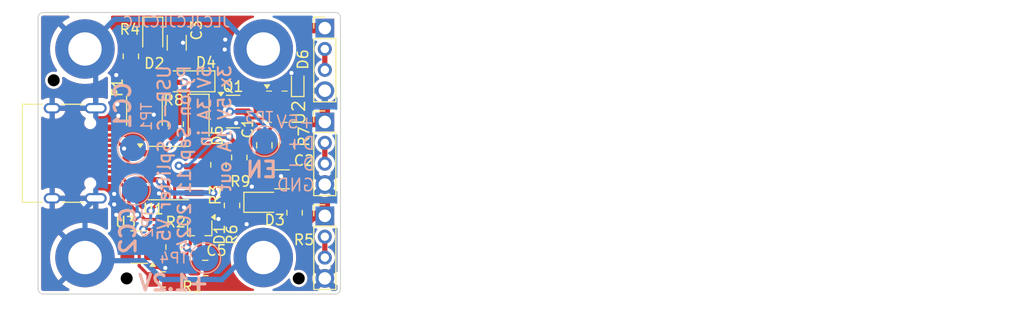
<source format=kicad_pcb>
(kicad_pcb (version 20241229) (generator "pcbnew") (generator_version "9.0")
  (layers (0 "F.Cu" signal) (2 "B.Cu" signal) (13 "F.Paste" user) (15 "B.Paste" user) (5 "F.SilkS" user "F.Silkscreen") (7 "B.SilkS" user "B.Silkscreen") (1 "F.Mask" user) (3 "B.Mask" user) (25 "Edge.Cuts" user))
  (net 0 "")
  (net 1 "GND")
  (net 2 "VBUS")
  (net 3 "+5V")
  (net 5 "CC1")
  (net 7 "CC2")
  (net 8 "+1V2")
  (net 9 "Net-(D2-A)")
  (net 10 "Net-(D3-A)")
  (net 11 "Net-(J3-Pin_2)")
  (net 12 "Net-(J4-Pin_2)")
  (net 13 "GNDPWR")
  (net 14 "Net-(J2-Pin_2)")
  (net 19 "Net-(U2-SENSE)")
  (net 20 "Net-(U2-Ilim)")
  (net 22 "V-UNFUSED")
  (net 24 "EN-OPEN-COL")
  (net 27 "Net-(D4-A)")
  (net 28 "Net-(D4-K)")
  (net 29 "Net-(D5-A)")
  (footprint "MountingHole:MountingHole_3.2mm_M3_ISO7380_Pad" (layer "F.Cu") (at 20.1 10)
    (property "Reference" "H4")
    (property "Value" "MountingHole_Pad")
    (pad "1" thru_hole circle (at 0 0) (size 5.7 5.7) (drill 3.2) (layers "*.Cu" "*.Mask") (net 13 "GNDPWR"))
  )
  (footprint "Fuse:Fuse_1812_4532Metric_Pad1.30x3.40mm_HandSolder" (layer "F.Cu") (at 8.7 -4.075 90)
    (property "Reference" "F1" (at 2.225 -2.6 270) (layer "F.SilkS"))
    (property "Value" "1812L300MR")
    (fp_line (start -1.386252 -1.71) (end 1.386252 -1.71) (stroke (width 0.12)) (layer "F.SilkS"))
    (fp_line (start -1.386252 1.71) (end 1.386252 1.71) (stroke (width 0.12)) (layer "F.SilkS"))
    (pad "1" smd roundrect (at -2.225 0 90) (size 1.3 3.4) (layers "F.Cu" "F.Mask" "F.Paste") (roundrect_rratio 0.192308) (net 22 "V-UNFUSED"))
    (pad "2" smd roundrect (at 2.225 0 90) (size 1.3 3.4) (layers "F.Cu" "F.Mask" "F.Paste") (roundrect_rratio 0.192308) (net 2 "VBUS"))
  )
  (footprint "Package_TO_SOT_SMD:SOT-323_SC-70_Handsoldering" (layer "F.Cu") (at 14 7.17 -90)
    (property "Reference" "D1" (at 0.63 -1.9 90) (layer "F.SilkS"))
    (property "Value" "D_Zener")
    (fp_line (start -0.675 1.16) (end 0.735 1.16) (stroke (width 0.12)) (layer "F.SilkS"))
    (fp_line (start 0.735 0.5) (end 0.735 1.16) (stroke (width 0.12)) (layer "F.SilkS"))
    (fp_line (start -0.675 -1.17) (end 0.735 -1.17) (stroke (width 0.12)) (layer "F.SilkS"))
    (fp_line (start 0.735 -1.17) (end 0.735 -0.5) (stroke (width 0.12)) (layer "F.SilkS"))
    (fp_poly (pts (xy -1.045 -1.15) (xy -1.285 -1.48) (xy -0.805 -1.48) (xy -1.045 -1.15)) (stroke (width 0.12)) (fill yes) (layer "F.SilkS"))
    (pad "1" smd roundrect (at -1.33 -0.65 180) (size 0.45 1.5) (layers "F.Cu" "F.Mask" "F.Paste") (net 8 "+1V2"))
    (pad "2" smd roundrect (at -1.33 0.65 180) (size 0.45 1.5) (layers "F.Cu" "F.Mask" "F.Paste") (net 1 "GND"))
    (pad "3" smd roundrect (at 1.33 0 180) (size 0.45 1.5) (layers "F.Cu" "F.Mask" "F.Paste"))
  )
  (footprint "Package_TO_SOT_SMD:SOT-23" (layer "F.Cu") (at 17.2 -4)
    (property "Reference" "Q1" (at 0 -2.4 0) (layer "F.SilkS"))
    (property "Value" "2N7002")
    (fp_line (start 0 -1.56) (end -0.65 -1.56) (stroke (width 0.12)) (layer "F.SilkS"))
    (fp_line (start 0 -1.56) (end 0.65 -1.56) (stroke (width 0.12)) (layer "F.SilkS"))
    (fp_line (start 0 1.56) (end -0.65 1.56) (stroke (width 0.12)) (layer "F.SilkS"))
    (fp_line (start 0 1.56) (end 0.65 1.56) (stroke (width 0.12)) (layer "F.SilkS"))
    (fp_poly (pts (xy -1.1625 -1.51) (xy -1.4025 -1.84) (xy -0.9225 -1.84) (xy -1.1625 -1.51)) (stroke (width 0.12)) (fill yes) (layer "F.SilkS"))
    (pad "1" smd roundrect (at -0.9375 -0.95) (size 1.475 0.6) (layers "F.Cu" "F.Mask" "F.Paste") (net 28 "Net-(D4-K)"))
    (pad "2" smd roundrect (at -0.9375 0.95) (size 1.475 0.6) (layers "F.Cu" "F.Mask" "F.Paste") (net 1 "GND"))
    (pad "3" smd roundrect (at 0.9375 0) (size 1.475 0.6) (layers "F.Cu" "F.Mask" "F.Paste") (net 24 "EN-OPEN-COL"))
  )
  (footprint "Resistor_SMD:R_0805_2012Metric_Pad1.20x1.40mm_HandSolder" (layer "F.Cu") (at 10.5 12.1)
    (property "Reference" "R1" (at 2.8 0.7 0) (layer "F.SilkS"))
    (property "Value" "5.1k")
    (fp_line (start -0.227064 -0.735) (end 0.227064 -0.735) (stroke (width 0.12)) (layer "F.SilkS"))
    (fp_line (start -0.227064 0.735) (end 0.227064 0.735) (stroke (width 0.12)) (layer "F.SilkS"))
    (pad "1" smd roundrect (at -1 0) (size 1.2 1.4) (layers "F.Cu" "F.Mask" "F.Paste") (roundrect_rratio 0.208333) (net 5 "CC1"))
    (pad "2" smd roundrect (at 1 0) (size 1.2 1.4) (layers "F.Cu" "F.Mask" "F.Paste") (roundrect_rratio 0.208333) (net 1 "GND"))
  )
  (footprint "Connector_PinHeader_2.00mm:PinHeader_1x04_P2.00mm_Vertical" (layer "F.Cu") (at 26 -3)
    (property "Reference" "J3")
    (property "Value" "Conn_01x04")
    (fp_line (start -1.06 -1.06) (end 0 -1.06) (stroke (width 0.12)) (layer "F.SilkS"))
    (fp_line (start -1.06 0) (end -1.06 -1.06) (stroke (width 0.12)) (layer "F.SilkS"))
    (fp_line (start -1.06 1) (end -1.06 7.06) (stroke (width 0.12)) (layer "F.SilkS"))
    (fp_line (start -1.06 1) (end 1.06 1) (stroke (width 0.12)) (layer "F.SilkS"))
    (fp_line (start -1.06 7.06) (end 1.06 7.06) (stroke (width 0.12)) (layer "F.SilkS"))
    (fp_line (start 1.06 1) (end 1.06 7.06) (stroke (width 0.12)) (layer "F.SilkS"))
    (pad "1" thru_hole rect (at 0 0) (size 1.8 1.8) (drill 1.2) (layers "*.Cu" "*.Mask") (net 3 "+5V"))
    (pad "2" thru_hole oval (at 0 2) (size 1.35 1.35) (drill 0.8) (layers "*.Cu" "*.Mask") (net 11 "Net-(J3-Pin_2)"))
    (pad "3" thru_hole oval (at 0 4) (size 1.35 1.35) (drill 0.8) (layers "*.Cu" "*.Mask") (net 11 "Net-(J3-Pin_2)"))
    (pad "4" thru_hole circle (at 0 6) (size 1.8 1.8) (drill 1.2) (layers "*.Cu" "*.Mask") (net 1 "GND"))
  )
  (footprint "MountingHole:MountingHole_3.2mm_M3_ISO7380_Pad" (layer "F.Cu") (at 3 10)
    (property "Reference" "H2")
    (property "Value" "MountingHole_Pad")
    (pad "1" thru_hole circle (at 0 0) (size 5.7 5.7) (drill 3.2) (layers "*.Cu" "*.Mask") (net 13 "GNDPWR"))
  )
  (footprint "Package_SO:SOIC-8_3.9x4.9mm_P1.27mm" (layer "F.Cu") (at 11 1.9)
    (property "Reference" "U1" (at -1.45 3.45 0) (layer "F.SilkS"))
    (property "Value" "LM393")
    (fp_line (start 0 -2.56) (end -1.95 -2.56) (stroke (width 0.12)) (layer "F.SilkS"))
    (fp_line (start 0 -2.56) (end 1.95 -2.56) (stroke (width 0.12)) (layer "F.SilkS"))
    (fp_line (start 0 2.56) (end -1.95 2.56) (stroke (width 0.12)) (layer "F.SilkS"))
    (fp_line (start 0 2.56) (end 1.95 2.56) (stroke (width 0.12)) (layer "F.SilkS"))
    (fp_poly (pts (xy -2.7 -2.465) (xy -2.94 -2.795) (xy -2.46 -2.795) (xy -2.7 -2.465)) (stroke (width 0.12)) (fill yes) (layer "F.SilkS"))
    (pad "1" smd roundrect (at -2.475 -1.905) (size 1.95 0.6) (layers "F.Cu" "F.Mask" "F.Paste") (net 27 "Net-(D4-A)"))
    (pad "2" smd roundrect (at -2.475 -0.635) (size 1.95 0.6) (layers "F.Cu" "F.Mask" "F.Paste") (net 5 "CC1"))
    (pad "3" smd roundrect (at -2.475 0.635) (size 1.95 0.6) (layers "F.Cu" "F.Mask" "F.Paste") (net 8 "+1V2"))
    (pad "4" smd roundrect (at -2.475 1.905) (size 1.95 0.6) (layers "F.Cu" "F.Mask" "F.Paste") (net 1 "GND"))
    (pad "5" smd roundrect (at 2.475 1.905) (size 1.95 0.6) (layers "F.Cu" "F.Mask" "F.Paste") (net 8 "+1V2"))
    (pad "6" smd roundrect (at 2.475 0.635) (size 1.95 0.6) (layers "F.Cu" "F.Mask" "F.Paste") (net 7 "CC2"))
    (pad "7" smd roundrect (at 2.475 -0.635) (size 1.95 0.6) (layers "F.Cu" "F.Mask" "F.Paste") (net 29 "Net-(D5-A)"))
    (pad "8" smd roundrect (at 2.475 -1.905) (size 1.95 0.6) (layers "F.Cu" "F.Mask" "F.Paste") (net 2 "VBUS"))
  )
  (footprint "Resistor_SMD:R_0805_2012Metric_Pad1.20x1.40mm_HandSolder" (layer "F.Cu") (at 15.8 1.1 -90)
    (property "Reference" "R3" (at 2.9 0.3 90) (layer "F.SilkS"))
    (property "Value" "4.7k")
    (fp_line (start -0.227064 0.735) (end 0.227064 0.735) (stroke (width 0.12)) (layer "F.SilkS"))
    (fp_line (start -0.227064 -0.735) (end 0.227064 -0.735) (stroke (width 0.12)) (layer "F.SilkS"))
    (pad "1" smd roundrect (at -1 0 270) (size 1.2 1.4) (layers "F.Cu" "F.Mask" "F.Paste") (roundrect_rratio 0.208333) (net 2 "VBUS"))
    (pad "2" smd roundrect (at 1 0 270) (size 1.2 1.4) (layers "F.Cu" "F.Mask" "F.Paste") (roundrect_rratio 0.208333) (net 8 "+1V2"))
  )
  (footprint "Resistor_SMD:R_0805_2012Metric_Pad1.20x1.40mm_HandSolder" (layer "F.Cu") (at 22.3 -0.8 -90)
    (property "Reference" "R7" (at -0.8 -1.7 90) (layer "F.SilkS"))
    (property "Value" "20k")
    (fp_line (start -0.227064 0.735) (end 0.227064 0.735) (stroke (width 0.12)) (layer "F.SilkS"))
    (fp_line (start -0.227064 -0.735) (end 0.227064 -0.735) (stroke (width 0.12)) (layer "F.SilkS"))
    (pad "1" smd roundrect (at -1 0 270) (size 1.2 1.4) (layers "F.Cu" "F.Mask" "F.Paste") (roundrect_rratio 0.208333) (net 20 "Net-(U2-Ilim)"))
    (pad "2" smd roundrect (at 1 0 270) (size 1.2 1.4) (layers "F.Cu" "F.Mask" "F.Paste") (roundrect_rratio 0.208333) (net 1 "GND"))
  )
  (footprint "Capacitor_SMD:C_1206_3216Metric_Pad1.33x1.80mm_HandSolder" (layer "F.Cu") (at 11.8 -10.6 90)
    (property "Reference" "C3" (at 1.2 1.9 90) (layer "F.SilkS"))
    (property "Value" "22uF")
    (fp_line (start -0.711252 -0.91) (end 0.711252 -0.91) (stroke (width 0.12)) (layer "F.SilkS"))
    (fp_line (start -0.711252 0.91) (end 0.711252 0.91) (stroke (width 0.12)) (layer "F.SilkS"))
    (pad "1" smd roundrect (at -1.5625 0 90) (size 1.325 1.8) (layers "F.Cu" "F.Mask" "F.Paste") (roundrect_rratio 0.188679) (net 2 "VBUS"))
    (pad "2" smd roundrect (at 1.5625 0 90) (size 1.325 1.8) (layers "F.Cu" "F.Mask" "F.Paste") (roundrect_rratio 0.188679) (net 1 "GND"))
  )
  (footprint "LED_SMD:LED_0805_2012Metric_Pad1.15x1.40mm_HandSolder" (layer "F.Cu") (at 9.5 -11.2 -90)
    (property "Reference" "D2" (at 2.575 -0.15 0) (layer "F.SilkS"))
    (property "Value" "LED")
    (fp_line (start -1.86 0.96) (end 1 0.96) (stroke (width 0.12)) (layer "F.SilkS"))
    (fp_line (start -1.86 -0.96) (end -1.86 0.96) (stroke (width 0.12)) (layer "F.SilkS"))
    (fp_line (start 1 -0.96) (end -1.86 -0.96) (stroke (width 0.12)) (layer "F.SilkS"))
    (pad "1" smd roundrect (at -1.025 0 270) (size 1.15 1.4) (layers "F.Cu" "F.Mask" "F.Paste") (roundrect_rratio 0.217391) (net 1 "GND"))
    (pad "2" smd roundrect (at 1.025 0 270) (size 1.15 1.4) (layers "F.Cu" "F.Mask" "F.Paste") (roundrect_rratio 0.217391) (net 9 "Net-(D2-A)"))
  )
  (footprint "Capacitor_SMD:C_0805_2012Metric_Pad1.18x1.45mm_HandSolder" (layer "F.Cu") (at 14.5375 11)
    (property "Reference" "C5" (at 1.0625 -1.68 0) (layer "F.SilkS"))
    (property "Value" "100nF")
    (fp_line (start -0.261252 -0.735) (end 0.261252 -0.735) (stroke (width 0.12)) (layer "F.SilkS"))
    (fp_line (start -0.261252 0.735) (end 0.261252 0.735) (stroke (width 0.12)) (layer "F.SilkS"))
    (pad "1" smd roundrect (at -1.0375 0) (size 1.175 1.45) (layers "F.Cu" "F.Mask" "F.Paste") (roundrect_rratio 0.212766) (net 8 "+1V2"))
    (pad "2" smd roundrect (at 1.0375 0) (size 1.175 1.45) (layers "F.Cu" "F.Mask" "F.Paste") (roundrect_rratio 0.212766) (net 1 "GND"))
  )
  (footprint "LED_SMD:LED_0805_2012Metric_Pad1.15x1.40mm_HandSolder" (layer "F.Cu") (at 20.1 4.7)
    (property "Reference" "D3" (at 1.1 1.7 0) (layer "F.SilkS"))
    (property "Value" "LED")
    (fp_line (start -1.86 -0.96) (end -1.86 0.96) (stroke (width 0.12)) (layer "F.SilkS"))
    (fp_line (start -1.86 0.96) (end 1 0.96) (stroke (width 0.12)) (layer "F.SilkS"))
    (fp_line (start 1 -0.96) (end -1.86 -0.96) (stroke (width 0.12)) (layer "F.SilkS"))
    (pad "1" smd roundrect (at -1.025 0) (size 1.15 1.4) (layers "F.Cu" "F.Mask" "F.Paste") (roundrect_rratio 0.217391) (net 1 "GND"))
    (pad "2" smd roundrect (at 1.025 0) (size 1.15 1.4) (layers "F.Cu" "F.Mask" "F.Paste") (roundrect_rratio 0.217391) (net 10 "Net-(D3-A)"))
  )
  (footprint "Connector_PinHeader_2.00mm:PinHeader_1x04_P2.00mm_Vertical" (layer "F.Cu") (at 26 -12)
    (property "Reference" "J2")
    (property "Value" "Conn_01x04")
    (fp_line (start -1.06 -1.06) (end 0 -1.06) (stroke (width 0.12)) (layer "F.SilkS"))
    (fp_line (start -1.06 0) (end -1.06 -1.06) (stroke (width 0.12)) (layer "F.SilkS"))
    (fp_line (start -1.06 1) (end -1.06 7.06) (stroke (width 0.12)) (layer "F.SilkS"))
    (fp_line (start -1.06 1) (end 1.06 1) (stroke (width 0.12)) (layer "F.SilkS"))
    (fp_line (start -1.06 7.06) (end 1.06 7.06) (stroke (width 0.12)) (layer "F.SilkS"))
    (fp_line (start 1.06 1) (end 1.06 7.06) (stroke (width 0.12)) (layer "F.SilkS"))
    (pad "1" thru_hole rect (at 0 0) (size 1.8 1.8) (drill 1.2) (layers "*.Cu" "*.Mask") (net 3 "+5V"))
    (pad "2" thru_hole oval (at 0 2) (size 1.35 1.35) (drill 0.8) (layers "*.Cu" "*.Mask") (net 14 "Net-(J2-Pin_2)"))
    (pad "3" thru_hole oval (at 0 4) (size 1.35 1.35) (drill 0.8) (layers "*.Cu" "*.Mask") (net 14 "Net-(J2-Pin_2)"))
    (pad "4" thru_hole oval (at 0 6) (size 1.8 1.8) (drill 1.2) (layers "*.Cu" "*.Mask") (net 1 "GND"))
  )
  (footprint "USB-C-3-way-splitter-footprints:OnSemi-WQFN12-3x2mm_P0.5mm" (layer "F.Cu") (at 21.4 -4.4625)
    (property "Reference" "U2" (at 2.1 0.5625 90) (layer "F.SilkS") (effects (font (size 1.2 1.2))))
    (property "Value" "~")
    (fp_line (start -1 -1.5) (end -0.5 -1.5) (stroke (width 0.1)) (layer "F.SilkS"))
    (fp_line (start -1 1.5) (end -0.5 1.5) (stroke (width 0.1)) (layer "F.SilkS"))
    (fp_line (start 1 -1.5) (end 0.5 -1.5) (stroke (width 0.1)) (layer "F.SilkS"))
    (fp_line (start 1 1.5) (end 0.5 1.5) (stroke (width 0.1)) (layer "F.SilkS"))
    (fp_poly (pts (xy -0.94 -1.77) (xy -1.18 -2.1) (xy -0.7 -2.1) (xy -0.94 -1.77)) (stroke (width 0.12)) (fill yes) (layer "F.SilkS"))
    (pad "1" smd roundrect (at -0.81 -1.075) (size 0.68 0.5) (layers "F.Cu" "F.Mask" "F.Paste") (net 2 "VBUS"))
    (pad "2" smd roundrect (at -0.81 -0.5) (size 0.68 0.35) (layers "F.Cu" "F.Mask" "F.Paste") (net 2 "VBUS"))
    (pad "3" smd roundrect (at -0.81 0) (size 0.68 0.35) (layers "F.Cu" "F.Mask" "F.Paste") (net 2 "VBUS"))
    (pad "4" smd roundrect (at -0.81 0.5) (size 0.68 0.35) (layers "F.Cu" "F.Mask" "F.Paste"))
    (pad "5" smd roundrect (at -0.81 1.075) (size 0.68 0.5) (layers "F.Cu" "F.Mask" "F.Paste") (net 24 "EN-OPEN-COL"))
    (pad "6" smd roundrect (at 0 1.1375) (size 0.35 1.025) (layers "F.Cu" "F.Mask" "F.Paste") (net 19 "Net-(U2-SENSE)"))
    (pad "7" smd roundrect (at 0.81 1.075) (size 0.68 0.5) (layers "F.Cu" "F.Mask" "F.Paste"))
    (pad "8" smd roundrect (at 0.81 0.5) (size 0.68 0.35) (layers "F.Cu" "F.Mask" "F.Paste") (net 20 "Net-(U2-Ilim)"))
    (pad "9" smd roundrect (at 0.81 0) (size 0.68 0.35) (layers "F.Cu" "F.Mask" "F.Paste") (net 3 "+5V"))
    (pad "10" smd roundrect (at 0.81 -0.5) (size 0.68 0.35) (layers "F.Cu" "F.Mask" "F.Paste") (net 3 "+5V"))
    (pad "11" smd roundrect (at 0.81 -1.075) (size 0.68 0.5) (layers "F.Cu" "F.Mask" "F.Paste") (net 3 "+5V"))
    (pad "12" smd roundrect (at 0 -1.1375) (size 0.35 1.025) (layers "F.Cu" "F.Mask" "F.Paste") (net 1 "GND"))
    (pad "13" smd roundrect (at 0 0) (size 0.35 0.95) (layers "F.Cu" "F.Mask" "F.Paste") (net 1 "GND"))
  )
  (footprint "Resistor_SMD:R_0805_2012Metric_Pad1.20x1.40mm_HandSolder" (layer "F.Cu") (at 17.1 5 -90)
    (property "Reference" "R6" (at 2.8 0 270) (layer "F.SilkS"))
    (property "Value" "1K")
    (fp_line (start -0.227064 0.735) (end 0.227064 0.735) (stroke (width 0.12)) (layer "F.SilkS"))
    (fp_line (start -0.227064 -0.735) (end 0.227064 -0.735) (stroke (width 0.12)) (layer "F.SilkS"))
    (pad "1" smd roundrect (at -1 0 270) (size 1.2 1.4) (layers "F.Cu" "F.Mask" "F.Paste") (roundrect_rratio 0.208333) (net 19 "Net-(U2-SENSE)"))
    (pad "2" smd roundrect (at 1 0 270) (size 1.2 1.4) (layers "F.Cu" "F.Mask" "F.Paste") (roundrect_rratio 0.208333) (net 1 "GND"))
  )
  (footprint "Resistor_SMD:R_0805_2012Metric_Pad1.20x1.40mm_HandSolder" (layer "F.Cu") (at 23.1 5.7 90)
    (property "Reference" "R5" (at -2.6 0.9 0) (layer "F.SilkS"))
    (property "Value" "470")
    (fp_line (start -0.227064 -0.735) (end 0.227064 -0.735) (stroke (width 0.12)) (layer "F.SilkS"))
    (fp_line (start -0.227064 0.735) (end 0.227064 0.735) (stroke (width 0.12)) (layer "F.SilkS"))
    (pad "1" smd roundrect (at -1 0 90) (size 1.2 1.4) (layers "F.Cu" "F.Mask" "F.Paste") (roundrect_rratio 0.208333) (net 3 "+5V"))
    (pad "2" smd roundrect (at 1 0 90) (size 1.2 1.4) (layers "F.Cu" "F.Mask" "F.Paste") (roundrect_rratio 0.208333) (net 10 "Net-(D3-A)"))
  )
  (footprint "Capacitor_SMD:C_0805_2012Metric_Pad1.18x1.45mm_HandSolder" (layer "F.Cu") (at 20.2 -0.7625 -90)
    (property "Reference" "C1" (at -1.6375 1.6 270) (layer "F.SilkS"))
    (property "Value" "1uF")
    (fp_line (start -0.261252 0.735) (end 0.261252 0.735) (stroke (width 0.12)) (layer "F.SilkS"))
    (fp_line (start -0.261252 -0.735) (end 0.261252 -0.735) (stroke (width 0.12)) (layer "F.SilkS"))
    (pad "1" smd roundrect (at -1.0375 0 270) (size 1.175 1.45) (layers "F.Cu" "F.Mask" "F.Paste") (roundrect_rratio 0.212766) (net 19 "Net-(U2-SENSE)"))
    (pad "2" smd roundrect (at 1.0375 0 270) (size 1.175 1.45) (layers "F.Cu" "F.Mask" "F.Paste") (roundrect_rratio 0.212766) (net 1 "GND"))
  )
  (footprint "Capacitor_SMD:C_1206_3216Metric_Pad1.33x1.80mm_HandSolder" (layer "F.Cu") (at 21.9 2.5 180)
    (property "Reference" "C2" (at -2.1 1.8 180) (layer "F.SilkS"))
    (property "Value" "22uF")
    (fp_line (start -0.711252 0.91) (end 0.711252 0.91) (stroke (width 0.12)) (layer "F.SilkS"))
    (fp_line (start -0.711252 -0.91) (end 0.711252 -0.91) (stroke (width 0.12)) (layer "F.SilkS"))
    (pad "1" smd roundrect (at -1.5625 0 180) (size 1.325 1.8) (layers "F.Cu" "F.Mask" "F.Paste") (roundrect_rratio 0.188679) (net 3 "+5V"))
    (pad "2" smd roundrect (at 1.5625 0 180) (size 1.325 1.8) (layers "F.Cu" "F.Mask" "F.Paste") (roundrect_rratio 0.188679) (net 1 "GND"))
  )
  (footprint "USB-C-3-way-splitter-footprints:JLCPCB-tooling-hole" (layer "F.Cu") (at 23.5 12)
    (property "Reference" "H7")
    (property "Value" "MountingHole")
    (pad "" np_thru_hole circle (at 0 0) (size 2.286 2.286) (drill 1.152) (layers "*.Mask") (clearance 0.148))
  )
  (footprint "USB-C-3-way-splitter-footprints:JLCPCB-tooling-hole" (layer "F.Cu") (at 7 12)
    (property "Reference" "H6")
    (property "Value" "MountingHole")
    (pad "" np_thru_hole circle (at 0 0) (size 2.286 2.286) (drill 1.152) (layers "*.Mask") (clearance 0.148))
  )
  (footprint "Diode_SMD:D_SOD-123" (layer "F.Cu") (at 13.9 -3.3 -90)
    (property "Reference" "D5" (at 1.6 -1.8 90) (layer "F.SilkS"))
    (property "Value" "1N4148W")
    (fp_line (start -2.36 1) (end 1.65 1) (stroke (width 0.12)) (layer "F.SilkS"))
    (fp_line (start -2.36 -1) (end -2.36 1) (stroke (width 0.12)) (layer "F.SilkS"))
    (fp_line (start -2.36 -1) (end 1.65 -1) (stroke (width 0.12)) (layer "F.SilkS"))
    (pad "1" smd roundrect (at -1.65 0 270) (size 0.9 1.2) (layers "F.Cu" "F.Mask" "F.Paste") (net 28 "Net-(D4-K)"))
    (pad "2" smd roundrect (at 1.65 0 270) (size 0.9 1.2) (layers "F.Cu" "F.Mask" "F.Paste") (net 29 "Net-(D5-A)"))
  )
  (footprint "Diode_SMD:D_SOD-123" (layer "F.Cu") (at 13.1 -6.9 180)
    (property "Reference" "D4" (at -1.5 1.8 0) (layer "F.SilkS"))
    (property "Value" "1N4148W")
    (fp_line (start -2.36 1) (end 1.65 1) (stroke (width 0.12)) (layer "F.SilkS"))
    (fp_line (start -2.36 -1) (end 1.65 -1) (stroke (width 0.12)) (layer "F.SilkS"))
    (fp_line (start -2.36 -1) (end -2.36 1) (stroke (width 0.12)) (layer "F.SilkS"))
    (pad "1" smd roundrect (at -1.65 0 180) (size 0.9 1.2) (layers "F.Cu" "F.Mask" "F.Paste") (net 28 "Net-(D4-K)"))
    (pad "2" smd roundrect (at 1.65 0 180) (size 0.9 1.2) (layers "F.Cu" "F.Mask" "F.Paste") (net 27 "Net-(D4-A)"))
  )
  (footprint "Resistor_SMD:R_0805_2012Metric_Pad1.20x1.40mm_HandSolder" (layer "F.Cu") (at 7.4 -9.3 90)
    (property "Reference" "R4" (at 2.575 -0.1 0) (layer "F.SilkS"))
    (property "Value" "470")
    (fp_line (start -0.227064 -0.735) (end 0.227064 -0.735) (stroke (width 0.12)) (layer "F.SilkS"))
    (fp_line (start -0.227064 0.735) (end 0.227064 0.735) (stroke (width 0.12)) (layer "F.SilkS"))
    (pad "1" smd roundrect (at -1 0 90) (size 1.2 1.4) (layers "F.Cu" "F.Mask" "F.Paste") (roundrect_rratio 0.208333) (net 2 "VBUS"))
    (pad "2" smd roundrect (at 1 0 90) (size 1.2 1.4) (layers "F.Cu" "F.Mask" "F.Paste") (roundrect_rratio 0.208333) (net 9 "Net-(D2-A)"))
  )
  (footprint "MountingHole:MountingHole_3.2mm_M3_ISO7380_Pad" (layer "F.Cu") (at 3 -10)
    (property "Reference" "H1")
    (property "Value" "MountingHole_Pad")
    (pad "1" thru_hole circle (at 0 0) (size 5.7 5.7) (drill 3.2) (layers "*.Cu" "*.Mask") (net 13 "GNDPWR"))
  )
  (footprint "Resistor_SMD:R_0805_2012Metric_Pad1.20x1.40mm_HandSolder" (layer "F.Cu") (at 17.8 0.4 90)
    (property "Reference" "R9" (at -2.3 0.1 0) (layer "F.SilkS"))
    (property "Value" "1k")
    (fp_line (start -0.227064 -0.735) (end 0.227064 -0.735) (stroke (width 0.12)) (layer "F.SilkS"))
    (fp_line (start -0.227064 0.735) (end 0.227064 0.735) (stroke (width 0.12)) (layer "F.SilkS"))
    (pad "1" smd roundrect (at -1 0 90) (size 1.2 1.4) (layers "F.Cu" "F.Mask" "F.Paste") (roundrect_rratio 0.208333) (net 2 "VBUS"))
    (pad "2" smd roundrect (at 1 0 90) (size 1.2 1.4) (layers "F.Cu" "F.Mask" "F.Paste") (roundrect_rratio 0.208333) (net 29 "Net-(D5-A)"))
  )
  (footprint "Resistor_SMD:R_0805_2012Metric_Pad1.20x1.40mm_HandSolder" (layer "F.Cu") (at 11.5 9 -90)
    (property "Reference" "R2" (at -2.4 -0.2 180) (layer "F.SilkS"))
    (property "Value" "5.1k")
    (fp_line (start -0.227064 0.735) (end 0.227064 0.735) (stroke (width 0.12)) (layer "F.SilkS"))
    (fp_line (start -0.227064 -0.735) (end 0.227064 -0.735) (stroke (width 0.12)) (layer "F.SilkS"))
    (pad "1" smd roundrect (at -1 0 270) (size 1.2 1.4) (layers "F.Cu" "F.Mask" "F.Paste") (roundrect_rratio 0.208333) (net 7 "CC2"))
    (pad "2" smd roundrect (at 1 0 270) (size 1.2 1.4) (layers "F.Cu" "F.Mask" "F.Paste") (roundrect_rratio 0.208333) (net 1 "GND"))
  )
  (footprint "Diode_SMD:D_SOD-523" (layer "F.Cu") (at 23.4 -6.7 90)
    (property "Reference" "D6" (at 2.3 0.5 90) (layer "F.SilkS"))
    (property "Value" "D_Zener")
    (fp_line (start 0.7 -0.6) (end -1.26 -0.6) (stroke (width 0.12)) (layer "F.SilkS"))
    (fp_line (start -1.26 -0.6) (end -1.26 0.6) (stroke (width 0.12)) (layer "F.SilkS"))
    (fp_line (start 0.7 0.6) (end -1.26 0.6) (stroke (width 0.12)) (layer "F.SilkS"))
    (pad "1" smd roundrect (at -0.7 0 270) (size 0.6 0.7) (layers "F.Cu" "F.Mask" "F.Paste") (net 3 "+5V"))
    (pad "2" smd roundrect (at 0.7 0 270) (size 0.6 0.7) (layers "F.Cu" "F.Mask" "F.Paste") (net 1 "GND"))
  )
  (footprint "Package_TO_SOT_SMD:SOT-23-6" (layer "F.Cu") (at 8.2 9 180)
    (property "Reference" "U3" (at 1.3 2.4 180) (layer "F.SilkS"))
    (property "Value" "SRV05-4")
    (fp_line (start 0 1.56) (end 0.8 1.56) (stroke (width 0.12)) (layer "F.SilkS"))
    (fp_line (start 0 1.56) (end -0.8 1.56) (stroke (width 0.12)) (layer "F.SilkS"))
    (fp_line (start 0 -1.56) (end 0.8 -1.56) (stroke (width 0.12)) (layer "F.SilkS"))
    (fp_line (start 0 -1.56) (end -0.8 -1.56) (stroke (width 0.12)) (layer "F.SilkS"))
    (fp_poly (pts (xy -1.3 -1.51) (xy -1.54 -1.84) (xy -1.06 -1.84) (xy -1.3 -1.51)) (stroke (width 0.12)) (fill yes) (layer "F.SilkS"))
    (pad "1" smd roundrect (at -1.1375 -0.95 180) (size 1.325 0.6) (layers "F.Cu" "F.Mask" "F.Paste"))
    (pad "2" smd roundrect (at -1.1375 0 180) (size 1.325 0.6) (layers "F.Cu" "F.Mask" "F.Paste") (net 1 "GND"))
    (pad "3" smd roundrect (at -1.1375 0.95 180) (size 1.325 0.6) (layers "F.Cu" "F.Mask" "F.Paste") (net 5 "CC1"))
    (pad "4" smd roundrect (at 1.1375 0.95 180) (size 1.325 0.6) (layers "F.Cu" "F.Mask" "F.Paste") (net 7 "CC2"))
    (pad "5" smd roundrect (at 1.1375 0 180) (size 1.325 0.6) (layers "F.Cu" "F.Mask" "F.Paste") (net 22 "V-UNFUSED"))
    (pad "6" smd roundrect (at 1.1375 -0.95 180) (size 1.325 0.6) (layers "F.Cu" "F.Mask" "F.Paste"))
  )
  (footprint "Connector_USB:USB_C_Receptacle_HRO_TYPE-C-31-M-12" (layer "F.Cu") (at 0.9 0 -90)
    (property "Reference" "J1")
    (property "Value" "USB_C_Receptacle_USB2.0" (hide yes))
    (fp_line (start -4.7 3.9) (end 4.7 3.9) (stroke (width 0.12)) (layer "F.SilkS"))
    (fp_line (start -4.7 2) (end -4.7 3.9) (stroke (width 0.12)) (layer "F.SilkS"))
    (fp_line (start 4.7 2) (end 4.7 3.9) (stroke (width 0.12)) (layer "F.SilkS"))
    (fp_line (start -4.7 -1.9) (end -4.7 0.1) (stroke (width 0.12)) (layer "F.SilkS"))
    (fp_line (start 4.7 -1.9) (end 4.7 0.1) (stroke (width 0.12)) (layer "F.SilkS"))
    (pad "" np_thru_hole circle (at -2.89 -2.6 270) (size 0.65 0.65) (drill 0.65) (layers "*.Cu" "*.Mask"))
    (pad "" np_thru_hole circle (at 2.89 -2.6 270) (size 0.65 0.65) (drill 0.65) (layers "*.Cu" "*.Mask"))
    (pad "A1" smd rect (at -3.25 -4.045 270) (size 0.6 1.45) (layers "F.Cu" "F.Mask" "F.Paste") (net 1 "GND"))
    (pad "A4" smd rect (at -2.45 -4.045 270) (size 0.6 1.45) (layers "F.Cu" "F.Mask" "F.Paste") (net 22 "V-UNFUSED"))
    (pad "A5" smd rect (at -1.25 -4.045 270) (size 0.3 1.45) (layers "F.Cu" "F.Mask" "F.Paste") (net 5 "CC1"))
    (pad "A6" smd rect (at -0.25 -4.045 270) (size 0.3 1.45) (layers "F.Cu" "F.Mask" "F.Paste"))
    (pad "A7" smd rect (at 0.25 -4.045 270) (size 0.3 1.45) (layers "F.Cu" "F.Mask" "F.Paste"))
    (pad "A8" smd rect (at 1.25 -4.045 270) (size 0.3 1.45) (layers "F.Cu" "F.Mask" "F.Paste"))
    (pad "A9" smd rect (at 2.45 -4.045 270) (size 0.6 1.45) (layers "F.Cu" "F.Mask" "F.Paste") (net 22 "V-UNFUSED"))
    (pad "A12" smd rect (at 3.25 -4.045 270) (size 0.6 1.45) (layers "F.Cu" "F.Mask" "F.Paste") (net 1 "GND"))
    (pad "B1" smd rect (at 3.25 -4.045 270) (size 0.6 1.45) (layers "F.Cu" "F.Mask" "F.Paste") (net 1 "GND"))
    (pad "B4" smd rect (at 2.45 -4.045 270) (size 0.6 1.45) (layers "F.Cu" "F.Mask" "F.Paste") (net 22 "V-UNFUSED"))
    (pad "B5" smd rect (at 1.75 -4.045 270) (size 0.3 1.45) (layers "F.Cu" "F.Mask" "F.Paste") (net 7 "CC2"))
    (pad "B6" smd rect (at 0.75 -4.045 270) (size 0.3 1.45) (layers "F.Cu" "F.Mask" "F.Paste"))
    (pad "B7" smd rect (at -0.75 -4.045 270) (size 0.3 1.45) (layers "F.Cu" "F.Mask" "F.Paste"))
    (pad "B8" smd rect (at -1.75 -4.045 270) (size 0.3 1.45) (layers "F.Cu" "F.Mask" "F.Paste"))
    (pad "B9" smd rect (at -2.45 -4.045 270) (size 0.6 1.45) (layers "F.Cu" "F.Mask" "F.Paste") (net 22 "V-UNFUSED"))
    (pad "B12" smd rect (at -3.25 -4.045 270) (size 0.6 1.45) (layers "F.Cu" "F.Mask" "F.Paste") (net 1 "GND"))
    (pad "S1" thru_hole oval (at -4.32 -3.13 270) (size 1 2.1) (drill oval 0.6 1.7) (layers "*.Cu" "*.Mask") (net 13 "GNDPWR"))
    (pad "S1" thru_hole oval (at -4.32 1.05 270) (size 1 1.6) (drill oval 0.6 1.2) (layers "*.Cu" "*.Mask") (net 13 "GNDPWR"))
    (pad "S1" thru_hole oval (at 4.32 -3.13 270) (size 1 2.1) (drill oval 0.6 1.7) (layers "*.Cu" "*.Mask") (net 13 "GNDPWR"))
    (pad "S1" thru_hole oval (at 4.32 1.05 270) (size 1 1.6) (drill oval 0.6 1.2) (layers "*.Cu" "*.Mask") (net 13 "GNDPWR"))
  )
  (footprint "MountingHole:MountingHole_3.2mm_M3_ISO7380_Pad" (layer "F.Cu") (at 20.1 -10)
    (property "Reference" "H3")
    (property "Value" "MountingHole_Pad")
    (pad "1" thru_hole circle (at 0 0) (size 5.7 5.7) (drill 3.2) (layers "*.Cu" "*.Mask") (net 13 "GNDPWR"))
  )
  (footprint "Connector_PinHeader_2.00mm:PinHeader_1x04_P2.00mm_Vertical" (layer "F.Cu") (at 26 6)
    (property "Reference" "J4")
    (property "Value" "Conn_01x04")
    (fp_line (start -1.06 -1.06) (end 0 -1.06) (stroke (width 0.12)) (layer "F.SilkS"))
    (fp_line (start -1.06 0) (end -1.06 -1.06) (stroke (width 0.12)) (layer "F.SilkS"))
    (fp_line (start -1.06 1) (end -1.06 7.06) (stroke (width 0.12)) (layer "F.SilkS"))
    (fp_line (start -1.06 1) (end 1.06 1) (stroke (width 0.12)) (layer "F.SilkS"))
    (fp_line (start -1.06 7.06) (end 1.06 7.06) (stroke (width 0.12)) (layer "F.SilkS"))
    (fp_line (start 1.06 1) (end 1.06 7.06) (stroke (width 0.12)) (layer "F.SilkS"))
    (pad "1" thru_hole rect (at 0 0) (size 1.8 1.8) (drill 1.2) (layers "*.Cu" "*.Mask") (net 3 "+5V"))
    (pad "2" thru_hole oval (at 0 2) (size 1.35 1.35) (drill 0.8) (layers "*.Cu" "*.Mask") (net 12 "Net-(J4-Pin_2)"))
    (pad "3" thru_hole oval (at 0 4) (size 1.35 1.35) (drill 0.8) (layers "*.Cu" "*.Mask") (net 12 "Net-(J4-Pin_2)"))
    (pad "4" thru_hole circle (at 0 6) (size 1.8 1.8) (drill 1.2) (layers "*.Cu" "*.Mask") (net 1 "GND"))
  )
  (footprint "USB-C-3-way-splitter-footprints:JLCPCB-tooling-hole" (layer "F.Cu") (at 0 -7)
    (property "Reference" "H5")
    (property "Value" "MountingHole")
    (pad "" np_thru_hole circle (at 0 0) (size 2.286 2.286) (drill 1.152) (layers "*.Mask") (clearance 0.148))
  )
  (footprint "Resistor_SMD:R_0805_2012Metric_Pad1.20x1.40mm_HandSolder" (layer "F.Cu") (at 11.7 -2.8 -90)
    (property "Reference" "R8" (at -2.3 0.2 180) (layer "F.SilkS"))
    (property "Value" "1k")
    (fp_line (start -0.227064 0.735) (end 0.227064 0.735) (stroke (width 0.12)) (layer "F.SilkS"))
    (fp_line (start -0.227064 -0.735) (end 0.227064 -0.735) (stroke (width 0.12)) (layer "F.SilkS"))
    (pad "1" smd roundrect (at -1 0 270) (size 1.2 1.4) (layers "F.Cu" "F.Mask" "F.Paste") (roundrect_rratio 0.208333) (net 2 "VBUS"))
    (pad "2" smd roundrect (at 1 0 270) (size 1.2 1.4) (layers "F.Cu" "F.Mask" "F.Paste") (roundrect_rratio 0.208333) (net 27 "Net-(D4-A)"))
  )
  (footprint "TestPoint:TestPoint_Pad_D2.5mm" (layer "B.Cu") (at 14.55 10.05 180)
    (property "Reference" "TP4" (at 3.05 0 180) (layer "B.SilkS") (effects (justify mirror)))
    (property "Value" "TestPoint")
    (fp_circle (center 0 0) (end 0 -1.45) (stroke (width 0.12)) (fill no) (layer "B.SilkS"))
    (pad "1" smd circle (at 0 0 180) (size 2.5 2.5) (layers "B.Cu" "B.Mask") (net 8 "+1V2"))
  )
  (footprint "TestPoint:TestPoint_Pad_D2.5mm" (layer "B.Cu") (at 7.8 3.5 180)
    (property "Reference" "TP2" (at -1.2 -3.25 270) (layer "B.SilkS") (effects (justify mirror)))
    (property "Value" "TestPoint")
    (fp_circle (center 0 0) (end 0 -1.45) (stroke (width 0.12)) (fill no) (layer "B.SilkS"))
    (pad "1" smd circle (at 0 0 180) (size 2.5 2.5) (layers "B.Cu" "B.Mask") (net 7 "CC2"))
  )
  (footprint "TestPoint:TestPoint_Pad_D2.5mm" (layer "B.Cu") (at 20.25 -1.15 180)
    (property "Reference" "TP3" (at 0.55 2.3 180) (layer "B.SilkS") (effects (justify mirror)))
    (property "Value" "TestPoint")
    (fp_circle (center 0 0) (end 0 -1.45) (stroke (width 0.12)) (fill no) (layer "B.SilkS"))
    (pad "1" smd circle (at 0 0 180) (size 2.5 2.5) (layers "B.Cu" "B.Mask") (net 24 "EN-OPEN-COL"))
  )
  (footprint "TestPoint:TestPoint_Pad_D2.5mm" (layer "B.Cu") (at 7.6 -0.5 180)
    (property "Reference" "TP1" (at -1.3 3 270) (layer "B.SilkS") (effects (justify mirror)))
    (property "Value" "TestPoint")
    (fp_circle (center 0 0) (end 0 -1.45) (stroke (width 0.12)) (fill no) (layer "B.SilkS"))
    (pad "1" smd circle (at 0 0 180) (size 2.5 2.5) (layers "B.Cu" "B.Mask") (net 5 "CC1"))
  )
  (gr_line (start 27 -13.5) (end -1 -13.5) (stroke (width 0.1)) (layer "Edge.Cuts"))
  (gr_line (start 27.5 -13) (end 27.5 13) (stroke (width 0.1)) (layer "Edge.Cuts"))
  (gr_arc (start 27 -13.5) (mid 27.353553 -13.353553) (end 27.5 -13) (stroke (width 0.1)) (layer "Edge.Cuts"))
  (gr_line (start 27 13.5) (end -1 13.5) (stroke (width 0.1)) (layer "Edge.Cuts"))
  (gr_arc (start -1 13.5) (mid -1.353553 13.353553) (end -1.5 13) (stroke (width 0.1)) (layer "Edge.Cuts"))
  (gr_line (start -1.5 -13) (end -1.5 13) (stroke (width 0.1)) (layer "Edge.Cuts"))
  (gr_arc (start -1.5 -13) (mid -1.353553 -13.353553) (end -1 -13.5) (stroke (width 0.1)) (layer "Edge.Cuts"))
  (gr_arc (start 27.5 13) (mid 27.353553 13.353553) (end 27 13.5) (stroke (width 0.1)) (layer "Edge.Cuts"))
  (gr_text "+5V" (at 25.1 -2.3 0) (layer "B.SilkS") (effects (font (size 1.2 1.2)) (justify left bottom mirror)))
  (gr_text "EN" (at 21.6 2.45 0) (layer "B.SilkS") (effects (font (size 1.5 1.5) (thickness 0.3) (bold yes)) (justify left bottom mirror)))
  (gr_text "CC1" (at 7.5 -7 90) (layer "B.SilkS") (effects (font (size 1.5 1.5) (thickness 0.3) (bold yes)) (justify left bottom mirror)))
  (gr_text "JLCJLCJLCJLC" (at 17 -12 0) (layer "B.SilkS") (effects (font (size 1 1)) (justify left bottom mirror)))
  (gr_text "USB-C Splitter V5\nPylon Sep 11 2024\n5V 3A in\n3x 5V 1A out" (at 17.1 -8.55 90) (layer "B.SilkS") (effects (font (size 1.2 1.2) (thickness 0.2) (bold yes)) (justify left bottom mirror)))
  (gr_text "CC2" (at 8 5 90) (layer "B.SilkS") (effects (font (size 1.5 1.5) (thickness 0.3) (bold yes)) (justify left bottom mirror)))
  (gr_text "+1.2V" (at 15.05 13.3 0) (layer "B.SilkS") (effects (font (size 1.5 1.5) (thickness 0.3) (bold yes)) (justify left bottom mirror)))
  (gr_text "D+" (at 25.15 -0.25 0) (layer "B.SilkS") (effects (font (size 1.2 1.2)) (justify left bottom mirror)))
  (gr_text "D-" (at 25.15 1.75 0) (layer "B.SilkS") (effects (font (size 1.2 1.2)) (justify left bottom mirror)))
  (gr_text "GND" (at 25.15 3.75 0) (layer "B.SilkS") (effects (font (size 1.2 1.2)) (justify left bottom mirror)))
  (segment (start 8.525 3.805) (end 10.055 3.805) (width 0.5) (layer "F.Cu") (net 1))
  (segment (start 10.055 3.805) (end 10.1 3.85) (width 0.5) (layer "F.Cu") (net 1))
  (via (at 10.1 3.85) (size 0.8) (drill 0.4) (layers "F.Cu" "B.Cu") (net 1))
  (via (at 17.5 -2.9) (size 0.8) (drill 0.4) (layers "F.Cu" "B.Cu") (net 1))
  (via (at 16.4 -9.95) (size 0.8) (drill 0.4) (layers "F.Cu" "B.Cu") (net 1))
  (via (at 21.8 2.2) (size 0.8) (drill 0.4) (layers "F.Cu" "B.Cu") (net 1))
  (via (at 16.45 -10.9) (size 0.8) (drill 0.4) (layers "F.Cu" "B.Cu") (net 1))
  (via (at 12.4 -10.6) (size 0.8) (drill 0.4) (layers "F.Cu" "B.Cu") (net 1))
  (via (at 6.2 -3.6) (size 0.8) (drill 0.4) (layers "F.Cu" "B.Cu") (net 1))
  (via (at 15.8 6.3) (size 0.8) (drill 0.4) (layers "F.Cu" "B.Cu") (net 1))
  (via (at 5.8 4.9) (size 0.8) (drill 0.4) (layers "F.Cu" "B.Cu") (net 1))
  (via (at 12.5 5.2) (size 0.8) (drill 0.4) (layers "F.Cu" "B.Cu") (net 1))
  (via (at 18.5 6.8) (size 0.8) (drill 0.4) (layers "F.Cu" "B.Cu") (net 1))
  (via (at 10.7 11) (size 0.8) (drill 0.4) (layers "F.Cu" "B.Cu") (net 1))
  (via (at 5.8 3.9) (size 0.8) (drill 0.4) (layers "F.Cu" "B.Cu") (net 1))
  (via (at 22.8 -7.7) (size 0.8) (drill 0.4) (layers "F.Cu" "B.Cu") (net 1))
  (via (at 9.6 -3.7) (size 0.8) (drill 0.4) (layers "F.Cu" "B.Cu") (net 1))
  (via (at 6.1 -4.7) (size 0.8) (drill 0.4) (layers "F.Cu" "B.Cu") (net 1))
  (via (at 6 -7.5) (size 0.8) (drill 0.4) (layers "F.Cu" "B.Cu") (net 1))
  (via (at 19 3.2) (size 0.8) (drill 0.4) (layers "F.Cu" "B.Cu") (net 1))
  (via (at 6 5.9) (size 0.8) (drill 0.4) (layers "F.Cu" "B.Cu") (net 1))
  (segment (start 17.1 1.4) (end 15.8 0.1) (width 0.5) (layer "F.Cu") (net 2))
  (segment (start 12.9 -0.58) (end 12.9 -2.6) (width 0.3) (layer "F.Cu") (net 2))
  (segment (start 12.9 -2.6) (end 11.7 -3.8) (width 0.3) (layer "F.Cu") (net 2))
  (segment (start 13.475 -0.005) (end 12.9 -0.58) (width 0.3) (layer "F.Cu") (net 2))
  (segment (start 13.58 0.1) (end 13.475 -0.005) (width 0.5) (layer "F.Cu") (net 2))
  (segment (start 17.8 1.4) (end 17.1 1.4) (width 0.5) (layer "F.Cu") (net 2))
  (segment (start 15.8 0.1) (end 13.58 0.1) (width 0.5) (layer "F.Cu") (net 2))
  (segment (start 25.15 6) (end 26 6) (width 0.5) (layer "F.Cu") (net 3))
  (segment (start 23.1 6.7) (end 24.45 6.7) (width 0.5) (layer "F.Cu") (net 3))
  (segment (start 24.45 6.7) (end 25.15 6) (width 0.5) (layer "F.Cu") (net 3))
  (segment (start 26.0375 6.0625) (end 26.1 6) (width 1) (layer "F.Cu") (net 3))
  (segment (start 6.75 -0.45) (end 6.77 -0.45) (width 0.3) (layer "F.Cu") (net 5))
  (segment (start 10.175 4.625) (end 9.3 5.5) (width 0.3) (layer "F.Cu") (net 5))
  (segment (start 8.525 1.265) (end 10.065 1.265) (width 0.3) (layer "F.Cu") (net 5))
  (segment (start 9.3 7.4) (end 9.3 8.0125) (width 0.3) (layer "F.Cu") (net 5))
  (segment (start 9.5 12.1) (end 8.2 10.8) (width 0.3) (layer "F.Cu") (net 5))
  (segment (start 6.75 -0.47) (end 6.75 -0.45) (width 0.3) (layer "F.Cu") (net 5))
  (segment (start 4.945 -1.25) (end 5.97 -1.25) (width 0.3) (layer "F.Cu") (net 5))
  (segment (start 6.75 0.464999) (end 7.550001 1.265) (width 0.3) (layer "F.Cu") (net 5))
  (segment (start 5.97 -1.25) (end 6.75 -0.47) (width 0.3) (layer "F.Cu") (net 5))
  (segment (start 8.6 7.3) (end 9.2 7.3) (width 0.3) (layer "F.Cu") (net 5))
  (segment (start 8.2 10.8) (end 8.2 8.5) (width 0.3) (layer "F.Cu") (net 5))
  (segment (start 10.625 4.625) (end 10.175 4.625) (width 0.3) (layer "F.Cu") (net 5))
  (segment (start 8.65 8.05) (end 9.3375 8.05) (width 0.3) (layer "F.Cu") (net 5))
  (segment (start 11 4.25) (end 10.625 4.625) (width 0.3) (layer "F.Cu") (net 5))
  (segment (start 9.2 7.3) (end 9.3 7.4) (width 0.3) (layer "F.Cu") (net 5))
  (segment (start 7.550001 1.265) (end 8.525 1.265) (width 0.3) (layer "F.Cu") (net 5))
  (segment (start 11 3.35) (end 11 4.25) (width 0.3) (layer "F.Cu") (net 5))
  (segment (start 9.3 8.0125) (end 9.3375 8.05) (width 0.3) (layer "F.Cu") (net 5))
  (segment (start 6.77 -0.45) (end 7 -0.22) (width 0.3) (layer "F.Cu") (net 5))
  (segment (start 10.065 1.265) (end 11 2.2) (width 0.3) (layer "F.Cu") (net 5))
  (segment (start 11 2.2) (end 11 3.35) (width 0.3) (layer "F.Cu") (net 5))
  (segment (start 8.2 8.5) (end 8.65 8.05) (width 0.3) (layer "F.Cu") (net 5))
  (segment (start 6.75 -0.45) (end 6.75 0.464999) (width 0.3) (layer "F.Cu") (net 5))
  (via (at 9.3 5.5) (size 0.8) (drill 0.4) (layers "F.Cu" "B.Cu") (net 5))
  (via (at 6.75 -0.45) (size 0.8) (drill 0.4) (layers "F.Cu" "B.Cu") (net 5))
  (via (at 8.6 7.3) (size 0.8) (drill 0.4) (layers "F.Cu" "B.Cu") (net 5))
  (segment (start 9.3 5.5) (end 9.3 6.6) (width 0.3) (layer "B.Cu") (net 5))
  (segment (start 9.3 6.6) (end 8.6 7.3) (width 0.3) (layer "B.Cu") (net 5))
  (segment (start 8.3 5.9) (end 8.75 6.35) (width 0.3) (layer "F.Cu") (net 7))
  (segment (start 8 6.2) (end 8 5.9) (width 0.3) (layer "F.Cu") (net 7))
  (segment (start 11.6 4.6) (end 11.6 3.1) (width 0.3) (layer "F.Cu") (net 7))
  (segment (start 9.85 6.35) (end 11.6 4.6) (width 0.3) (layer "F.Cu") (net 7))
  (segment (start 11.5 8) (end 9.85 6.35) (width 0.3) (layer "F.Cu") (net 7))
  (segment (start 12.165 2.535) (end 13.475 2.535) (width 0.3) (layer "F.Cu") (net 7))
  (segment (start 7.3 4.9) (end 8.3 5.9) (width 0.3) (layer "F.Cu") (net 7))
  (segment (start 7.3 4.9) (end 7.2 4.8) (width 0.3) (layer "F.Cu") (net 7))
  (segment (start 7.0625 8.05) (end 7.0625 7.1375) (width 0.3) (layer "F.Cu") (net 7))
  (segment (start 7.0625 7.1375) (end 8 6.2) (width 0.3) (layer "F.Cu") (net 7))
  (segment (start 6.95 2.75) (end 5.95 1.75) (width 0.3) (layer "F.Cu") (net 7))
  (segment (start 11.6 3.1) (end 12.165 2.535) (width 0.3) (layer "F.Cu") (net 7))
  (segment (start 7.2 4.8) (end 7.2 3) (width 0.3) (layer "F.Cu") (net 7))
  (segment (start 5.95 1.75) (end 4.945 1.75) (width 0.3) (layer "F.Cu") (net 7))
  (segment (start 8 5.9) (end 8.3 5.9) (width 0.3) (layer "F.Cu") (net 7))
  (segment (start 7.2 3) (end 6.95 2.75) (width 0.3) (layer "F.Cu") (net 7))
  (segment (start 8.3 5.9) (end 8.3 5.9) (width 0.3) (layer "F.Cu") (net 7))
  (segment (start 8.75 6.35) (end 9.85 6.35) (width 0.3) (layer "F.Cu") (net 7))
  (via (at 8 5.9) (size 0.8) (drill 0.4) (layers "F.Cu" "B.Cu") (net 7))
  (segment (start 8 3.7) (end 7.8 3.5) (width 0.3) (layer "B.Cu") (net 7))
  (segment (start 8 5.9) (end 8 3.7) (width 0.3) (layer "B.Cu") (net 7))
  (segment (start 8.525 2.535) (end 10.035 2.535) (width 0.5) (layer "F.Cu") (net 8))
  (segment (start 15.8 2.3) (end 15.2 2.9) (width 0.5) (layer "F.Cu") (net 8))
  (segment (start 13.1 8.7) (end 13.1 7.75) (width 0.3) (layer "F.Cu") (net 8))
  (segment (start 14.3 7.05) (end 14.65 6.7) (width 0.3) (layer "F.Cu") (net 8))
  (segment (start 15.3 3.8) (end 15.3 5.19) (width 0.5) (layer "F.Cu") (net 8))
  (segment (start 10.035 2.535) (end 10.2 2.7) (width 0.5) (layer "F.Cu") (net 8))
  (segment (start 15.8 2.1) (end 15.8 2.3) (width 0.5) (layer "F.Cu") (net 8))
  (segment (start 12.775 10.275) (end 13.5 11) (width 0.3) (layer "F.Cu") (net 8))
  (segment (start 12.775 9.025) (end 13.1 8.7) (width 0.3) (layer "F.Cu") (net 8))
  (segment (start 13.1 7.75) (end 13.8 7.05) (width 0.3) (layer "F.Cu") (net 8))
  (segment (start 15.3 5.19) (end 14.65 5.84) (width 0.5) (layer "F.Cu") (net 8))
  (segment (start 12.775 9.025) (end 12.775 10.275) (width 0.3) (layer "F.Cu") (net 8))
  (segment (start 15.2 2.9) (end 15.3 3) (width 0.5) (layer "F.Cu") (net 8))
  (segment (start 14.65 6.7) (end 14.65 5.84) (width 0.3) (layer "F.Cu") (net 8))
  (segment (start 13.8 7.05) (end 14.3 7.05) (width 0.3) (layer "F.Cu") (net 8))
  (segment (start 15.3 3) (end 15.3 3.8) (width 0.5) (layer "F.Cu") (net 8))
  (segment (start 15.295 3.805) (end 15.3 3.8) (width 0.5) (layer "F.Cu") (net 8))
  (segment (start 13.475 3.805) (end 15.295 3.805) (width 0.5) (layer "F.Cu") (net 8))
  (via (at 10.2 2.7) (size 0.8) (drill 0.4) (layers "F.Cu" "B.Cu") (net 8))
  (via (at 15.295 3.805) (size 0.8) (drill 0.4) (layers "F.Cu" "B.Cu") (net 8))
  (via (at 12.775 9.025) (size 0.8) (drill 0.4) (layers "F.Cu" "B.Cu") (net 8))
  (segment (start 10.2 2.7) (end 11.305 3.805) (width 0.5) (layer "B.Cu") (net 8))
  (segment (start 13.8 10.05) (end 12.775 9.025) (width 0.3) (layer "B.Cu") (net 8))
  (segment (start 14.55 10.05) (end 13.8 10.05) (width 0.3) (layer "B.Cu") (net 8))
  (segment (start 11.305 3.805) (end 15.295 3.805) (width 0.5) (layer "B.Cu") (net 8))
  (segment (start 9.5 -10.175) (end 7.525 -10.175) (width 0.45) (layer "F.Cu") (net 9))
  (segment (start 7.525 -10.175) (end 7.4 -10.3) (width 0.45) (layer "F.Cu") (net 9))
  (segment (start 21.125 4.7) (end 23.1 4.7) (width 0.5) (layer "F.Cu") (net 10))
  (segment (start 26 1) (end 26 -1) (width 0.5) (layer "F.Cu") (net 11))
  (segment (start 26 8) (end 26 10) (width 0.5) (layer "F.Cu") (net 12))
  (segment (start 4.62 -4.32) (end 4.03 -4.32) (width 0.6) (layer "B.Cu") (net 13))
  (segment (start 3 10) (end 3.3024 10.3024) (width 0.5) (layer "B.Cu") (net 13))
  (segment (start 16.35 -12.85) (end 19.2 -10) (width 0.5) (layer "B.Cu") (net 13))
  (segment (start 5.85 -12.85) (end 16.35 -12.85) (width 0.5) (layer "B.Cu") (net 13))
  (segment (start 3 5.35) (end 4.03 4.32) (width 0.5) (layer "B.Cu") (net 13))
  (segment (start 4.03 -4.32) (end 4.03 -8.97) (width 0.5) (layer "B.Cu") (net 13))
  (segment (start 10.4 12.1) (end 16.05 12.1) (width 0.5) (layer "B.Cu") (net 13))
  (segment (start 8.6024 10.3024) (end 10.4 12.1) (width 0.5) (layer "B.Cu") (net 13))
  (segment (start 16.1 12.15) (end 18.25 10) (width 0.5) (layer "B.Cu") (net 13))
  (segment (start 3 10) (end 3 5.35) (width 0.5) (layer "B.Cu") (net 13))
  (segment (start 19.2 -10) (end 20.1 -10) (width 0.5) (layer "B.Cu") (net 13))
  (segment (start 3 -10) (end 5.85 -12.85) (width 0.5) (layer "B.Cu") (net 13))
  (segment (start 4.03 4.32) (end 4.62 4.32) (width 0.6) (layer "B.Cu") (net 13))
  (segment (start 18.25 10) (end 20.1 10) (width 0.5) (layer "B.Cu") (net 13))
  (segment (start 16.05 12.1) (end 16.1 12.15) (width 0.5) (layer "B.Cu") (net 13))
  (segment (start 4.03 -8.97) (end 3 -10) (width 0.5) (layer "B.Cu") (net 13))
  (segment (start 3.3024 10.3024) (end 8.6024 10.3024) (width 0.5) (layer "B.Cu") (net 13))
  (segment (start 26 -10) (end 26 -8) (width 0.5) (layer "F.Cu") (net 14))
  (segment (start 17.1 4) (end 17.1 3.1) (width 0.3) (layer "F.Cu") (net 19))
  (segment (start 18.9 2.1) (end 18.9 -1.3) (width 0.3) (layer "F.Cu") (net 19))
  (segment (start 21.4 -3) (end 21.4 -3.325) (width 0.3) (layer "F.Cu") (net 19))
  (segment (start 18.9 -1.3) (end 19.4 -1.8) (width 0.3) (layer "F.Cu") (net 19))
  (segment (start 17.8 2.4) (end 18.6 2.4) (width 0.3) (layer "F.Cu") (net 19))
  (segment (start 18.6 2.4) (end 18.9 2.1) (width 0.3) (layer "F.Cu") (net 19))
  (segment (start 20.2 -1.8) (end 21.4 -3) (width 0.3) (layer "F.Cu") (net 19))
  (segment (start 19.4 -1.8) (end 20.2 -1.8) (width 0.3) (layer "F.Cu") (net 19))
  (segment (start 17.1 3.1) (end 17.8 2.4) (width 0.3) (layer "F.Cu") (net 19))
  (segment (start 22.21 -3.9625) (end 22.6375 -3.9625) (width 0.3) (layer "F.Cu") (net 20))
  (segment (start 23 -1.35) (end 22.8 -1.15) (width 0.3) (layer "F.Cu") (net 20))
  (segment (start 22.6375 -3.9625) (end 23 -3.6) (width 0.3) (layer "F.Cu") (net 20))
  (segment (start 23 -3.6) (end 23 -1.35) (width 0.3) (layer "F.Cu") (net 20))
  (segment (start 3.75 -2.002972) (end 4.197028 -2.45) (width 0.45) (layer "F.Cu") (net 22))
  (segment (start 7 5.6) (end 6.7 5.3) (width 0.3) (layer "F.Cu") (net 22))
  (segment (start 4.197028 -2.45) (end 4.945 -2.45) (width 0.45) (layer "F.Cu") (net 22))
  (segment (start 4.197028 2.45) (end 3.75 2.002972) (width 0.45) (layer "F.Cu") (net 22))
  (segment (start 6.7 3.13979) (end 6.01021 2.45) (width 0.3) (layer "F.Cu") (net 22))
  (segment (start 6.458167 9) (end 5.929083 8.470917) (width 0.3) (layer "F.Cu") (net 22))
  (segment (start 6.7 5.3) (end 6.7 3.13979) (width 0.3) (layer "F.Cu") (net 22))
  (segment (start 5.929083 8.470917) (end 5.929083 7.370917) (width 0.3) (layer "F.Cu") (net 22))
  (segment (start 7.0625 9) (end 6.458167 9) (width 0.3) (layer "F.Cu") (net 22))
  (segment (start 6.05 -2.45) (end 4.945 -2.45) (width 0.6) (layer "F.Cu") (net 22))
  (segment (start 3.75 2.002972) (end 3.75 -2.002972) (width 0.45) (layer "F.Cu") (net 22))
  (segment (start 6.01021 2.45) (end 4.945 2.45) (width 0.3) (layer "F.Cu") (net 22))
  (segment (start 7 6.3) (end 7 5.6) (width 0.3) (layer "F.Cu") (net 22))
  (segment (start 9.2 -1.85) (end 6.65 -1.85) (width 0.6) (layer "F.Cu") (net 22))
  (segment (start 6.65 -1.85) (end 6.05 -2.45) (width 0.6) (layer "F.Cu") (net 22))
  (segment (start 5.929083 7.370917) (end 7 6.3) (width 0.3) (layer "F.Cu") (net 22))
  (segment (start 4.945 2.45) (end 4.197028 2.45) (width 0.45) (layer "F.Cu") (net 22))
  (segment (start 20.59 -3.3875) (end 18.75 -3.3875) (width 0.3) (layer "F.Cu") (net 24))
  (segment (start 18.75 -3.3875) (end 18.1375 -4) (width 0.3) (layer "F.Cu") (net 24))
  (segment (start 16.9 -4) (end 18.1375 -4) (width 0.3) (layer "F.Cu") (net 24))
  (via (at 16.9 -4) (size 0.8) (drill 0.4) (layers "F.Cu" "B.Cu") (net 24))
  (segment (start 20.25 -2.6375) (end 19.5 -3.3875) (width 0.3) (layer "B.Cu") (net 24))
  (segment (start 19.5 -3.3875) (end 18.8875 -4) (width 0.3) (layer "B.Cu") (net 24))
  (segment (start 20.25 -1.15) (end 20.25 -2.6375) (width 0.3) (layer "B.Cu") (net 24))
  (segment (start 18.8875 -4) (end 16.9 -4) (width 0.3) (layer "B.Cu") (net 24))
  (segment (start 12.5 -6.8) (end 11.75 -6.8) (width 0.5) (layer "F.Cu") (net 27))
  (segment (start 11.7 -1.3) (end 11.15 -0.75) (width 0.5) (layer "F.Cu") (net 27))
  (segment (start 10.405 -0.005) (end 11.15 -0.75) (width 0.5) (layer "F.Cu") (net 27))
  (segment (start 11.75 -6.8) (end 11.65 -6.9) (width 0.5) (layer "F.Cu") (net 27))
  (segment (start 8.525 -0.005) (end 10.405 -0.005) (width 0.5) (layer "F.Cu") (net 27))
  (segment (start 11.7 -1.8) (end 11.7 -1.3) (width 0.5) (layer "F.Cu") (net 27))
  (via (at 12.5 -6.8) (size 0.8) (drill 0.4) (layers "F.Cu" "B.Cu") (net 27))
  (via (at 11.15 -0.75) (size 0.8) (drill 0.4) (layers "F.Cu" "B.Cu") (net 27))
  (segment (start 11.15 -0.75) (end 12.5 -2.1) (width 0.5) (layer "B.Cu") (net 27))
  (segment (start 12.5 -2.1) (end 12.5 -6.8) (width 0.5) (layer "B.Cu") (net 27))
  (segment (start 14.75 -5.8) (end 14.675 -5.725) (width 0.45) (layer "F.Cu") (net 28))
  (segment (start 16.2625 -4.95) (end 15.45 -4.95) (width 0.45) (layer "F.Cu") (net 28))
  (segment (start 14.675 -5.725) (end 13.9 -4.95) (width 0.45) (layer "F.Cu") (net 28))
  (segment (start 15.45 -4.95) (end 14.675 -5.725) (width 0.45) (layer "F.Cu") (net 28))
  (segment (start 14.75 -6.9) (end 14.75 -5.8) (width 0.45) (layer "F.Cu") (net 28))
  (segment (start 16.8 -1.6) (end 17.8 -0.6) (width 0.45) (layer "F.Cu") (net 29))
  (segment (start 12 1.2) (end 13.41 1.2) (width 0.3) (layer "F.Cu") (net 29))
  (segment (start 15.7 -1.6) (end 16.8 -1.6) (width 0.45) (layer "F.Cu") (net 29))
  (segment (start 13.41 1.2) (end 13.475 1.265) (width 0.3) (layer "F.Cu") (net 29))
  (segment (start 13.9 -1.65) (end 15.65 -1.65) (width 0.45) (layer "F.Cu") (net 29))
  (segment (start 15.65 -1.65) (end 15.7 -1.6) (width 0.45) (layer "F.Cu") (net 29))
  (via (at 16.8 -1.6) (size 0.8) (drill 0.4) (layers "F.Cu" "B.Cu") (net 29))
  (via (at 12 1.2) (size 0.8) (drill 0.4) (layers "F.Cu" "B.Cu") (net 29))
  (segment (start 15.7 -1.6) (end 16.8 -1.6) (width 0.3) (layer "B.Cu") (net 29))
  (segment (start 15.7 -1.6) (end 12.9 1.2) (width 0.3) (layer "B.Cu") (net 29))
  (segment (start 12.9 1.2) (end 12 1.2) (width 0.3) (layer "B.Cu") (net 29))
  (zone (net 3) (net_name "+5V") (layer "F.Cu") (priority 1) (connect_pads thru_hole_only (clearance 0.3)) (min_thickness 0.25) (fill yes (thermal_gap 0.5) (thermal_bridge_width 1))
    (polygon (pts (xy 27.1 -13) (xy 23.6 -13) (xy 23.6 -6.5) (xy 21.6 -6.5) (xy 21.6 -0.5) (xy 23 -0.5) (xy 23 7) (xy 27.1 7)))
  )
  (zone (net 2) (net_name "VBUS") (layer "F.Cu") (priority 4) (connect_pads thru_hole_only (clearance 0.3)) (min_thickness 0.25) (fill yes (thermal_gap 0.5) (thermal_bridge_width 0.5))
    (polygon (pts (xy 21 -5.5) (xy 21 -3.5) (xy 18 -3.5) (xy 16.5 -2) (xy 16.5 0.5) (xy 11 0.5) (xy 11 -5) (xy 6.6 -5) (xy 6.7 -10) (xy 14.9 -10.1) (xy 19.9 -9.8)))
  )
  (zone (net 13) (net_name "GNDPWR") (layers "F.Cu" "B.Cu") (priority 2) (connect_pads thru_hole_only (clearance 0.2)) (min_thickness 0.25) (fill yes (thermal_gap 0.5) (thermal_bridge_width 0.5))
    (polygon (pts (xy -1.2 -13.9) (xy 5.2 -13.9) (xy 5.2 13.7) (xy -1.2 13.7)))
  )
  (zone (net 1) (net_name "GND") (layers "F.Cu" "B.Cu") (priority 1) (connect_pads thru_hole_only (clearance 0.3)) (min_thickness 0.2) (fill yes (thermal_gap 0.3) (thermal_bridge_width 0.6) (smoothing fillet) (radius 1))
    (polygon (pts (xy -1.5 -13.5) (xy 27.5 -13.5) (xy 27.5 13.5) (xy -1.5 13.5)))
  )
)
</source>
